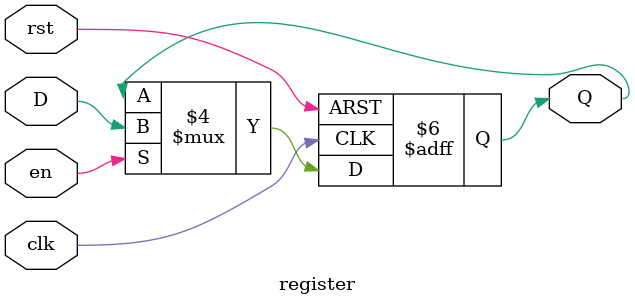
<source format=sv>
`timescale 1ns / 1ps


module register #( parameter N =1)(
    input clk , rst , en ,
    input [N -1:0] D,
    output reg [N -1:0] Q
    );
    always @( posedge clk , posedge rst)
    begin
        if (rst ==1)
            Q <= 0;
        else if (en ==1)
            Q <= D;
    end
endmodule

</source>
